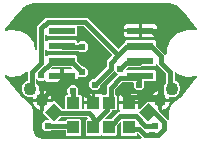
<source format=gbr>
G04 EAGLE Gerber RS-274X export*
G75*
%MOMM*%
%FSLAX34Y34*%
%LPD*%
%INTop Copper*%
%IPPOS*%
%AMOC8*
5,1,8,0,0,1.08239X$1,22.5*%
G01*
%ADD10R,2.286000X0.600000*%
%ADD11R,1.000000X1.100000*%
%ADD12C,1.100000*%
%ADD13R,1.100000X1.100000*%
%ADD14R,1.100000X1.000000*%
%ADD15C,0.381000*%
%ADD16C,0.609600*%
%ADD17C,0.654800*%

G36*
X54733Y-1459D02*
X54733Y-1459D01*
X54785Y-1458D01*
X54853Y-1433D01*
X54923Y-1418D01*
X54967Y-1391D01*
X55016Y-1373D01*
X55072Y-1328D01*
X55134Y-1292D01*
X55168Y-1252D01*
X55208Y-1220D01*
X55247Y-1159D01*
X55294Y-1105D01*
X55313Y-1056D01*
X55341Y-1013D01*
X55359Y-943D01*
X55386Y-877D01*
X55393Y-805D01*
X55401Y-774D01*
X55400Y-751D01*
X55404Y-710D01*
X55404Y4165D01*
X58792Y11776D01*
X64983Y17350D01*
X72906Y19924D01*
X80443Y19132D01*
X80509Y19136D01*
X80576Y19130D01*
X80631Y19143D01*
X80688Y19146D01*
X80750Y19171D01*
X80815Y19186D01*
X80863Y19216D01*
X80916Y19238D01*
X80967Y19281D01*
X81024Y19316D01*
X81060Y19360D01*
X81103Y19397D01*
X81138Y19455D01*
X81180Y19506D01*
X81201Y19559D01*
X81230Y19608D01*
X81244Y19674D01*
X81268Y19736D01*
X81270Y19793D01*
X81282Y19849D01*
X81275Y19915D01*
X81278Y19982D01*
X81262Y20036D01*
X81256Y20093D01*
X81227Y20154D01*
X81209Y20218D01*
X81166Y20286D01*
X81152Y20316D01*
X81138Y20331D01*
X81120Y20360D01*
X69830Y34686D01*
X68971Y35776D01*
X68955Y35790D01*
X68934Y35820D01*
X67240Y37664D01*
X67239Y37665D01*
X67238Y37667D01*
X67111Y37777D01*
X62995Y40606D01*
X62993Y40607D01*
X62992Y40608D01*
X62966Y40620D01*
X62943Y40638D01*
X62790Y40706D01*
X58020Y42187D01*
X58018Y42187D01*
X58017Y42188D01*
X57852Y42219D01*
X55355Y42407D01*
X55334Y42405D01*
X55298Y42409D01*
X54864Y42409D01*
X53909Y42409D01*
X-53909Y42409D01*
X-55147Y42409D01*
X-55298Y42409D01*
X-55319Y42406D01*
X-55355Y42407D01*
X-57852Y42219D01*
X-57854Y42218D01*
X-57856Y42218D01*
X-58020Y42187D01*
X-62790Y40706D01*
X-62817Y40692D01*
X-62847Y40685D01*
X-62995Y40606D01*
X-67111Y37777D01*
X-67112Y37775D01*
X-67114Y37775D01*
X-67240Y37664D01*
X-68934Y35820D01*
X-68945Y35802D01*
X-68971Y35776D01*
X-68997Y35742D01*
X-69830Y34686D01*
X-81415Y19986D01*
X-81426Y19966D01*
X-81442Y19949D01*
X-81485Y19859D01*
X-81534Y19771D01*
X-81538Y19748D01*
X-81548Y19727D01*
X-81560Y19628D01*
X-81578Y19529D01*
X-81575Y19506D01*
X-81578Y19483D01*
X-81557Y19385D01*
X-81543Y19285D01*
X-81533Y19265D01*
X-81528Y19242D01*
X-81477Y19155D01*
X-81432Y19066D01*
X-81416Y19050D01*
X-81404Y19030D01*
X-81328Y18964D01*
X-81257Y18893D01*
X-81236Y18883D01*
X-81219Y18868D01*
X-81126Y18829D01*
X-81036Y18785D01*
X-81013Y18783D01*
X-80991Y18774D01*
X-80891Y18767D01*
X-80792Y18754D01*
X-80769Y18758D01*
X-80746Y18757D01*
X-80582Y18791D01*
X-77094Y19924D01*
X-68809Y19053D01*
X-61595Y14888D01*
X-56698Y8149D01*
X-55609Y3022D01*
X-55593Y2981D01*
X-55585Y2937D01*
X-55548Y2867D01*
X-55519Y2793D01*
X-55491Y2759D01*
X-55470Y2720D01*
X-55413Y2665D01*
X-55362Y2604D01*
X-55324Y2581D01*
X-55292Y2551D01*
X-55220Y2517D01*
X-55152Y2475D01*
X-55109Y2466D01*
X-55069Y2447D01*
X-54990Y2438D01*
X-54912Y2420D01*
X-54868Y2425D01*
X-54825Y2420D01*
X-54747Y2437D01*
X-54667Y2445D01*
X-54627Y2463D01*
X-54584Y2472D01*
X-54516Y2513D01*
X-54443Y2546D01*
X-54411Y2576D01*
X-54373Y2598D01*
X-54321Y2659D01*
X-54263Y2713D01*
X-54242Y2752D01*
X-54213Y2785D01*
X-54183Y2859D01*
X-54145Y2929D01*
X-54138Y2973D01*
X-54121Y3013D01*
X-54105Y3158D01*
X-54103Y3171D01*
X-54103Y3176D01*
X-54103Y3180D01*
X-54103Y22757D01*
X-46760Y30100D01*
X-11914Y30100D01*
X14130Y4055D01*
X14146Y4044D01*
X14159Y4028D01*
X14246Y3972D01*
X14330Y3912D01*
X14349Y3906D01*
X14366Y3895D01*
X14466Y3870D01*
X14565Y3839D01*
X14585Y3840D01*
X14604Y3835D01*
X14707Y3843D01*
X14811Y3846D01*
X14830Y3853D01*
X14850Y3854D01*
X14944Y3894D01*
X15042Y3930D01*
X15058Y3943D01*
X15076Y3950D01*
X15207Y4055D01*
X17683Y6532D01*
X20122Y8971D01*
X20175Y9045D01*
X20235Y9114D01*
X20247Y9144D01*
X20266Y9170D01*
X20293Y9257D01*
X20327Y9342D01*
X20331Y9383D01*
X20338Y9406D01*
X20337Y9438D01*
X20345Y9509D01*
X20345Y9982D01*
X21238Y10875D01*
X45362Y10875D01*
X46255Y9982D01*
X46255Y6917D01*
X46269Y6827D01*
X46277Y6736D01*
X46289Y6706D01*
X46294Y6674D01*
X46337Y6594D01*
X46373Y6510D01*
X46399Y6478D01*
X46410Y6457D01*
X46433Y6435D01*
X46478Y6379D01*
X54105Y-1248D01*
X54163Y-1290D01*
X54215Y-1339D01*
X54262Y-1361D01*
X54304Y-1392D01*
X54373Y-1413D01*
X54438Y-1443D01*
X54490Y-1449D01*
X54539Y-1464D01*
X54611Y-1462D01*
X54682Y-1470D01*
X54733Y-1459D01*
G37*
G36*
X33788Y-72398D02*
X33788Y-72398D01*
X33860Y-72396D01*
X33908Y-72378D01*
X33960Y-72370D01*
X34023Y-72336D01*
X34091Y-72311D01*
X34131Y-72279D01*
X34177Y-72254D01*
X34227Y-72202D01*
X34283Y-72158D01*
X34311Y-72114D01*
X34347Y-72076D01*
X34377Y-72011D01*
X34416Y-71951D01*
X34428Y-71900D01*
X34450Y-71853D01*
X34458Y-71782D01*
X34476Y-71712D01*
X34472Y-71660D01*
X34477Y-71609D01*
X34462Y-71538D01*
X34456Y-71467D01*
X34436Y-71419D01*
X34425Y-71368D01*
X34388Y-71307D01*
X34360Y-71241D01*
X34315Y-71185D01*
X34299Y-71157D01*
X34281Y-71142D01*
X34255Y-71110D01*
X33685Y-70540D01*
X31324Y-68179D01*
X31266Y-68137D01*
X31214Y-68087D01*
X31167Y-68065D01*
X31125Y-68035D01*
X31056Y-68014D01*
X30991Y-67984D01*
X30939Y-67978D01*
X30889Y-67963D01*
X30818Y-67965D01*
X30747Y-67957D01*
X30696Y-67968D01*
X30644Y-67969D01*
X30576Y-67994D01*
X30506Y-68009D01*
X30461Y-68036D01*
X30413Y-68054D01*
X30357Y-68098D01*
X30295Y-68135D01*
X30261Y-68175D01*
X30221Y-68207D01*
X30182Y-68268D01*
X30135Y-68322D01*
X30116Y-68370D01*
X30088Y-68414D01*
X30070Y-68484D01*
X30043Y-68550D01*
X30035Y-68622D01*
X30027Y-68653D01*
X30029Y-68676D01*
X30025Y-68717D01*
X30025Y-69132D01*
X29132Y-70025D01*
X17868Y-70025D01*
X16975Y-69132D01*
X16975Y-59055D01*
X16964Y-58984D01*
X16962Y-58912D01*
X16944Y-58864D01*
X16936Y-58812D01*
X16902Y-58749D01*
X16877Y-58681D01*
X16845Y-58641D01*
X16820Y-58595D01*
X16768Y-58545D01*
X16724Y-58489D01*
X16680Y-58461D01*
X16642Y-58425D01*
X16577Y-58395D01*
X16517Y-58356D01*
X16466Y-58344D01*
X16419Y-58322D01*
X16348Y-58314D01*
X16278Y-58296D01*
X16226Y-58300D01*
X16175Y-58295D01*
X16104Y-58310D01*
X16033Y-58316D01*
X15985Y-58336D01*
X15934Y-58347D01*
X15873Y-58384D01*
X15807Y-58412D01*
X15751Y-58457D01*
X15723Y-58473D01*
X15708Y-58491D01*
X15676Y-58517D01*
X13248Y-60945D01*
X13195Y-61019D01*
X13135Y-61088D01*
X13123Y-61118D01*
X13104Y-61144D01*
X13077Y-61232D01*
X13043Y-61316D01*
X13039Y-61357D01*
X13032Y-61380D01*
X13033Y-61412D01*
X13025Y-61483D01*
X13025Y-69132D01*
X12132Y-70025D01*
X868Y-70025D01*
X538Y-69695D01*
X522Y-69683D01*
X510Y-69667D01*
X423Y-69612D01*
X339Y-69551D01*
X320Y-69545D01*
X303Y-69534D01*
X202Y-69509D01*
X103Y-69479D01*
X84Y-69479D01*
X64Y-69474D01*
X-39Y-69482D01*
X-142Y-69485D01*
X-161Y-69492D01*
X-181Y-69493D01*
X-276Y-69534D01*
X-373Y-69569D01*
X-389Y-69582D01*
X-407Y-69590D01*
X-538Y-69695D01*
X-868Y-70025D01*
X-12132Y-70025D01*
X-13025Y-69132D01*
X-13025Y-56868D01*
X-12132Y-55975D01*
X-12054Y-55975D01*
X-11983Y-55964D01*
X-11911Y-55962D01*
X-11862Y-55944D01*
X-11811Y-55936D01*
X-11748Y-55902D01*
X-11680Y-55877D01*
X-11640Y-55845D01*
X-11594Y-55820D01*
X-11544Y-55769D01*
X-11488Y-55724D01*
X-11460Y-55680D01*
X-11424Y-55642D01*
X-11394Y-55577D01*
X-11355Y-55517D01*
X-11343Y-55466D01*
X-11321Y-55419D01*
X-11313Y-55348D01*
X-11295Y-55278D01*
X-11299Y-55226D01*
X-11294Y-55175D01*
X-11309Y-55104D01*
X-11315Y-55033D01*
X-11335Y-54985D01*
X-11346Y-54934D01*
X-11383Y-54873D01*
X-11411Y-54807D01*
X-11456Y-54751D01*
X-11472Y-54723D01*
X-11490Y-54708D01*
X-11516Y-54676D01*
X-11866Y-54326D01*
X-11940Y-54273D01*
X-12009Y-54213D01*
X-12039Y-54201D01*
X-12065Y-54182D01*
X-12152Y-54155D01*
X-12237Y-54121D01*
X-12278Y-54117D01*
X-12301Y-54110D01*
X-12333Y-54111D01*
X-12404Y-54103D01*
X-33853Y-54103D01*
X-33943Y-54117D01*
X-34034Y-54125D01*
X-34064Y-54137D01*
X-34096Y-54142D01*
X-34176Y-54185D01*
X-34260Y-54221D01*
X-34292Y-54247D01*
X-34313Y-54258D01*
X-34335Y-54281D01*
X-34391Y-54326D01*
X-36677Y-56612D01*
X-36719Y-56670D01*
X-36769Y-56722D01*
X-36791Y-56769D01*
X-36821Y-56811D01*
X-36842Y-56880D01*
X-36872Y-56945D01*
X-36878Y-56997D01*
X-36893Y-57047D01*
X-36891Y-57118D01*
X-36899Y-57189D01*
X-36888Y-57240D01*
X-36887Y-57292D01*
X-36862Y-57360D01*
X-36847Y-57430D01*
X-36820Y-57474D01*
X-36802Y-57523D01*
X-36758Y-57579D01*
X-36721Y-57641D01*
X-36681Y-57675D01*
X-36649Y-57715D01*
X-36588Y-57754D01*
X-36534Y-57801D01*
X-36486Y-57820D01*
X-36442Y-57848D01*
X-36372Y-57866D01*
X-36306Y-57893D01*
X-36234Y-57901D01*
X-36203Y-57909D01*
X-36180Y-57907D01*
X-36139Y-57911D01*
X-30786Y-57911D01*
X-30766Y-57908D01*
X-30747Y-57910D01*
X-30645Y-57888D01*
X-30543Y-57872D01*
X-30526Y-57862D01*
X-30506Y-57858D01*
X-30417Y-57805D01*
X-30326Y-57756D01*
X-30312Y-57742D01*
X-30295Y-57732D01*
X-30228Y-57653D01*
X-30156Y-57578D01*
X-30148Y-57560D01*
X-30135Y-57545D01*
X-30096Y-57449D01*
X-30053Y-57355D01*
X-30051Y-57335D01*
X-30043Y-57317D01*
X-30025Y-57150D01*
X-30025Y-56868D01*
X-29132Y-55975D01*
X-17868Y-55975D01*
X-16975Y-56868D01*
X-16975Y-69132D01*
X-17868Y-70025D01*
X-29132Y-70025D01*
X-30025Y-69132D01*
X-30025Y-65532D01*
X-30026Y-65523D01*
X-30026Y-65519D01*
X-30028Y-65510D01*
X-30026Y-65493D01*
X-30048Y-65391D01*
X-30064Y-65289D01*
X-30074Y-65272D01*
X-30078Y-65252D01*
X-30131Y-65163D01*
X-30180Y-65072D01*
X-30194Y-65058D01*
X-30204Y-65041D01*
X-30283Y-64974D01*
X-30358Y-64902D01*
X-30376Y-64894D01*
X-30391Y-64881D01*
X-30487Y-64842D01*
X-30581Y-64799D01*
X-30601Y-64797D01*
X-30619Y-64789D01*
X-30786Y-64771D01*
X-41987Y-64771D01*
X-42077Y-64785D01*
X-42168Y-64793D01*
X-42197Y-64805D01*
X-42229Y-64810D01*
X-42310Y-64853D01*
X-42394Y-64889D01*
X-42426Y-64915D01*
X-42447Y-64926D01*
X-42469Y-64949D01*
X-42471Y-64951D01*
X-42473Y-64952D01*
X-42474Y-64953D01*
X-42525Y-64994D01*
X-43445Y-65914D01*
X-47233Y-65914D01*
X-49912Y-63235D01*
X-49912Y-59447D01*
X-47233Y-56768D01*
X-45004Y-56768D01*
X-44933Y-56757D01*
X-44862Y-56755D01*
X-44813Y-56737D01*
X-44761Y-56729D01*
X-44698Y-56695D01*
X-44631Y-56670D01*
X-44590Y-56638D01*
X-44544Y-56613D01*
X-44495Y-56561D01*
X-44439Y-56517D01*
X-44410Y-56473D01*
X-44374Y-56435D01*
X-44344Y-56370D01*
X-44306Y-56310D01*
X-44293Y-56259D01*
X-44271Y-56212D01*
X-44263Y-56141D01*
X-44245Y-56071D01*
X-44250Y-56019D01*
X-44244Y-55968D01*
X-44259Y-55897D01*
X-44265Y-55826D01*
X-44285Y-55778D01*
X-44296Y-55727D01*
X-44333Y-55666D01*
X-44361Y-55600D01*
X-44406Y-55544D01*
X-44422Y-55516D01*
X-44440Y-55501D01*
X-44466Y-55469D01*
X-49303Y-50632D01*
X-49303Y-49368D01*
X-48700Y-48765D01*
X-48647Y-48691D01*
X-48587Y-48622D01*
X-48575Y-48592D01*
X-48556Y-48566D01*
X-48529Y-48479D01*
X-48495Y-48394D01*
X-48491Y-48353D01*
X-48484Y-48330D01*
X-48485Y-48298D01*
X-48477Y-48227D01*
X-48477Y-41523D01*
X-41773Y-41523D01*
X-41683Y-41508D01*
X-41592Y-41501D01*
X-41562Y-41489D01*
X-41530Y-41483D01*
X-41450Y-41441D01*
X-41366Y-41405D01*
X-41334Y-41379D01*
X-41313Y-41368D01*
X-41291Y-41345D01*
X-41235Y-41300D01*
X-40632Y-40697D01*
X-39368Y-40697D01*
X-33045Y-47020D01*
X-32971Y-47073D01*
X-32902Y-47133D01*
X-32872Y-47145D01*
X-32846Y-47164D01*
X-32759Y-47191D01*
X-32674Y-47225D01*
X-32633Y-47229D01*
X-32610Y-47236D01*
X-32578Y-47235D01*
X-32507Y-47243D01*
X-31286Y-47243D01*
X-31266Y-47240D01*
X-31247Y-47242D01*
X-31145Y-47220D01*
X-31043Y-47204D01*
X-31026Y-47194D01*
X-31006Y-47190D01*
X-30917Y-47137D01*
X-30826Y-47088D01*
X-30812Y-47074D01*
X-30795Y-47064D01*
X-30728Y-46985D01*
X-30656Y-46910D01*
X-30648Y-46892D01*
X-30635Y-46877D01*
X-30596Y-46781D01*
X-30553Y-46687D01*
X-30551Y-46667D01*
X-30543Y-46649D01*
X-30525Y-46482D01*
X-30525Y-36368D01*
X-29632Y-35475D01*
X-28836Y-35475D01*
X-28766Y-35464D01*
X-28694Y-35462D01*
X-28645Y-35444D01*
X-28594Y-35436D01*
X-28530Y-35402D01*
X-28463Y-35377D01*
X-28422Y-35345D01*
X-28376Y-35320D01*
X-28327Y-35268D01*
X-28271Y-35224D01*
X-28243Y-35180D01*
X-28207Y-35142D01*
X-28177Y-35077D01*
X-28138Y-35017D01*
X-28125Y-34966D01*
X-28103Y-34919D01*
X-28095Y-34848D01*
X-28078Y-34778D01*
X-28082Y-34726D01*
X-28076Y-34675D01*
X-28091Y-34604D01*
X-28097Y-34533D01*
X-28117Y-34485D01*
X-28128Y-34434D01*
X-28165Y-34373D01*
X-28193Y-34307D01*
X-28238Y-34251D01*
X-28255Y-34223D01*
X-28272Y-34208D01*
X-28298Y-34176D01*
X-28576Y-33898D01*
X-28576Y-30110D01*
X-25897Y-27431D01*
X-22109Y-27431D01*
X-19430Y-30110D01*
X-19430Y-33898D01*
X-19708Y-34176D01*
X-19750Y-34234D01*
X-19799Y-34286D01*
X-19821Y-34333D01*
X-19851Y-34375D01*
X-19873Y-34444D01*
X-19903Y-34509D01*
X-19908Y-34561D01*
X-19924Y-34611D01*
X-19922Y-34682D01*
X-19930Y-34753D01*
X-19919Y-34804D01*
X-19917Y-34856D01*
X-19893Y-34924D01*
X-19878Y-34994D01*
X-19851Y-35039D01*
X-19833Y-35087D01*
X-19788Y-35143D01*
X-19751Y-35205D01*
X-19712Y-35239D01*
X-19679Y-35279D01*
X-19619Y-35318D01*
X-19565Y-35365D01*
X-19516Y-35384D01*
X-19472Y-35412D01*
X-19403Y-35430D01*
X-19336Y-35457D01*
X-19265Y-35465D01*
X-19234Y-35473D01*
X-19211Y-35471D01*
X-19170Y-35475D01*
X-17368Y-35475D01*
X-16475Y-36368D01*
X-16475Y-46482D01*
X-16472Y-46502D01*
X-16474Y-46521D01*
X-16452Y-46623D01*
X-16436Y-46725D01*
X-16426Y-46742D01*
X-16422Y-46762D01*
X-16369Y-46851D01*
X-16320Y-46942D01*
X-16306Y-46956D01*
X-16296Y-46973D01*
X-16217Y-47040D01*
X-16142Y-47112D01*
X-16124Y-47120D01*
X-16109Y-47133D01*
X-16013Y-47172D01*
X-15919Y-47215D01*
X-15899Y-47217D01*
X-15881Y-47225D01*
X-15714Y-47243D01*
X-15302Y-47243D01*
X-15282Y-47240D01*
X-15263Y-47242D01*
X-15161Y-47220D01*
X-15059Y-47204D01*
X-15042Y-47194D01*
X-15022Y-47190D01*
X-14933Y-47137D01*
X-14842Y-47088D01*
X-14828Y-47074D01*
X-14811Y-47064D01*
X-14744Y-46985D01*
X-14672Y-46910D01*
X-14664Y-46892D01*
X-14651Y-46877D01*
X-14612Y-46781D01*
X-14569Y-46687D01*
X-14567Y-46667D01*
X-14559Y-46649D01*
X-14541Y-46482D01*
X-14541Y-43523D01*
X-7262Y-43523D01*
X-7242Y-43520D01*
X-7223Y-43522D01*
X-7121Y-43500D01*
X-7019Y-43483D01*
X-7002Y-43474D01*
X-6982Y-43470D01*
X-6893Y-43417D01*
X-6802Y-43368D01*
X-6788Y-43354D01*
X-6771Y-43344D01*
X-6704Y-43265D01*
X-6633Y-43190D01*
X-6624Y-43172D01*
X-6611Y-43157D01*
X-6572Y-43061D01*
X-6529Y-42967D01*
X-6527Y-42947D01*
X-6519Y-42929D01*
X-6501Y-42762D01*
X-6501Y-41999D01*
X-5738Y-41999D01*
X-5718Y-41996D01*
X-5699Y-41998D01*
X-5597Y-41976D01*
X-5495Y-41959D01*
X-5478Y-41950D01*
X-5458Y-41946D01*
X-5369Y-41893D01*
X-5278Y-41844D01*
X-5264Y-41830D01*
X-5247Y-41820D01*
X-5180Y-41741D01*
X-5109Y-41666D01*
X-5100Y-41648D01*
X-5087Y-41633D01*
X-5048Y-41537D01*
X-5005Y-41443D01*
X-5003Y-41423D01*
X-4995Y-41405D01*
X-4977Y-41238D01*
X-4977Y-34459D01*
X-666Y-34459D01*
X-19Y-34632D01*
X560Y-34967D01*
X845Y-35252D01*
X919Y-35305D01*
X989Y-35365D01*
X1019Y-35377D01*
X1045Y-35396D01*
X1132Y-35423D01*
X1217Y-35457D01*
X1258Y-35461D01*
X1280Y-35468D01*
X1312Y-35467D01*
X1384Y-35475D01*
X3810Y-35475D01*
X3830Y-35472D01*
X3849Y-35474D01*
X3951Y-35452D01*
X4053Y-35436D01*
X4070Y-35426D01*
X4090Y-35422D01*
X4179Y-35369D01*
X4270Y-35320D01*
X4284Y-35306D01*
X4301Y-35296D01*
X4368Y-35217D01*
X4440Y-35142D01*
X4448Y-35124D01*
X4461Y-35109D01*
X4500Y-35013D01*
X4543Y-34919D01*
X4545Y-34899D01*
X4553Y-34881D01*
X4571Y-34714D01*
X4571Y-27916D01*
X13806Y-18682D01*
X13817Y-18666D01*
X13833Y-18653D01*
X13889Y-18566D01*
X13949Y-18482D01*
X13955Y-18463D01*
X13966Y-18446D01*
X13991Y-18346D01*
X14022Y-18247D01*
X14021Y-18227D01*
X14026Y-18208D01*
X14018Y-18105D01*
X14015Y-18001D01*
X14008Y-17982D01*
X14007Y-17963D01*
X13966Y-17868D01*
X13931Y-17770D01*
X13918Y-17755D01*
X13910Y-17736D01*
X13806Y-17605D01*
X11732Y-15531D01*
X11715Y-15520D01*
X11703Y-15504D01*
X11638Y-15462D01*
X11595Y-15426D01*
X11571Y-15416D01*
X11532Y-15388D01*
X11513Y-15382D01*
X11496Y-15371D01*
X11399Y-15347D01*
X11367Y-15334D01*
X11351Y-15332D01*
X11297Y-15315D01*
X11277Y-15316D01*
X11258Y-15311D01*
X11201Y-15316D01*
X11200Y-15316D01*
X11186Y-15316D01*
X11172Y-15318D01*
X11155Y-15319D01*
X11051Y-15322D01*
X11032Y-15329D01*
X11012Y-15330D01*
X10960Y-15353D01*
X10943Y-15355D01*
X10908Y-15374D01*
X10820Y-15406D01*
X10804Y-15419D01*
X10786Y-15427D01*
X10742Y-15462D01*
X10726Y-15470D01*
X10709Y-15488D01*
X10655Y-15531D01*
X-538Y-26725D01*
X-591Y-26799D01*
X-651Y-26868D01*
X-663Y-26898D01*
X-682Y-26924D01*
X-709Y-27011D01*
X-743Y-27096D01*
X-747Y-27137D01*
X-754Y-27159D01*
X-753Y-27192D01*
X-761Y-27263D01*
X-761Y-28564D01*
X-3440Y-31243D01*
X-7228Y-31243D01*
X-9907Y-28564D01*
X-9907Y-24776D01*
X-7228Y-22097D01*
X-5927Y-22097D01*
X-5837Y-22083D01*
X-5746Y-22075D01*
X-5716Y-22063D01*
X-5684Y-22058D01*
X-5604Y-22015D01*
X-5520Y-21979D01*
X-5488Y-21953D01*
X-5467Y-21942D01*
X-5445Y-21919D01*
X-5389Y-21874D01*
X4348Y-12137D01*
X4401Y-12063D01*
X4461Y-11994D01*
X4473Y-11964D01*
X4492Y-11938D01*
X4519Y-11850D01*
X4553Y-11766D01*
X4557Y-11725D01*
X4564Y-11702D01*
X4563Y-11670D01*
X4571Y-11599D01*
X4571Y-6580D01*
X9280Y-1872D01*
X9291Y-1856D01*
X9307Y-1843D01*
X9363Y-1756D01*
X9423Y-1672D01*
X9429Y-1653D01*
X9440Y-1636D01*
X9465Y-1536D01*
X9496Y-1437D01*
X9495Y-1417D01*
X9500Y-1398D01*
X9492Y-1295D01*
X9489Y-1191D01*
X9482Y-1172D01*
X9481Y-1153D01*
X9441Y-1058D01*
X9405Y-960D01*
X9392Y-944D01*
X9385Y-926D01*
X9280Y-795D01*
X-14533Y23017D01*
X-14607Y23070D01*
X-14676Y23130D01*
X-14706Y23142D01*
X-14732Y23161D01*
X-14819Y23188D01*
X-14904Y23222D01*
X-14945Y23226D01*
X-14968Y23233D01*
X-15000Y23232D01*
X-15071Y23240D01*
X-19584Y23240D01*
X-19604Y23237D01*
X-19623Y23239D01*
X-19725Y23217D01*
X-19827Y23201D01*
X-19844Y23191D01*
X-19864Y23187D01*
X-19953Y23134D01*
X-20044Y23085D01*
X-20058Y23071D01*
X-20075Y23061D01*
X-20142Y22982D01*
X-20214Y22907D01*
X-20222Y22889D01*
X-20235Y22874D01*
X-20274Y22778D01*
X-20317Y22684D01*
X-20319Y22664D01*
X-20327Y22646D01*
X-20345Y22479D01*
X-20345Y15418D01*
X-21238Y14525D01*
X-45362Y14525D01*
X-45944Y15107D01*
X-46002Y15149D01*
X-46054Y15199D01*
X-46101Y15221D01*
X-46143Y15251D01*
X-46212Y15272D01*
X-46277Y15302D01*
X-46329Y15308D01*
X-46379Y15323D01*
X-46450Y15321D01*
X-46521Y15329D01*
X-46572Y15318D01*
X-46624Y15317D01*
X-46692Y15292D01*
X-46762Y15277D01*
X-46807Y15250D01*
X-46855Y15233D01*
X-46911Y15188D01*
X-46973Y15151D01*
X-47007Y15111D01*
X-47047Y15079D01*
X-47086Y15019D01*
X-47133Y14964D01*
X-47152Y14916D01*
X-47180Y14872D01*
X-47198Y14802D01*
X-47225Y14736D01*
X-47233Y14665D01*
X-47241Y14633D01*
X-47239Y14610D01*
X-47243Y14569D01*
X-47243Y10831D01*
X-47232Y10760D01*
X-47230Y10688D01*
X-47212Y10639D01*
X-47204Y10588D01*
X-47170Y10525D01*
X-47145Y10457D01*
X-47113Y10417D01*
X-47088Y10371D01*
X-47036Y10321D01*
X-46992Y10265D01*
X-46948Y10237D01*
X-46910Y10201D01*
X-46845Y10171D01*
X-46785Y10132D01*
X-46734Y10120D01*
X-46687Y10098D01*
X-46616Y10090D01*
X-46546Y10072D01*
X-46494Y10076D01*
X-46443Y10071D01*
X-46372Y10086D01*
X-46301Y10091D01*
X-46253Y10112D01*
X-46202Y10123D01*
X-46141Y10160D01*
X-46075Y10188D01*
X-46019Y10233D01*
X-45991Y10249D01*
X-45976Y10267D01*
X-45944Y10293D01*
X-45362Y10875D01*
X-21238Y10875D01*
X-20345Y9982D01*
X-20345Y9525D01*
X-20342Y9505D01*
X-20344Y9486D01*
X-20322Y9384D01*
X-20306Y9282D01*
X-20296Y9265D01*
X-20292Y9245D01*
X-20239Y9156D01*
X-20190Y9065D01*
X-20176Y9051D01*
X-20166Y9034D01*
X-20087Y8967D01*
X-20012Y8895D01*
X-19994Y8887D01*
X-19979Y8874D01*
X-19883Y8835D01*
X-19789Y8792D01*
X-19769Y8790D01*
X-19751Y8782D01*
X-19584Y8764D01*
X-19354Y8764D01*
X-19264Y8778D01*
X-19173Y8786D01*
X-19144Y8798D01*
X-19112Y8803D01*
X-19031Y8846D01*
X-18947Y8882D01*
X-18915Y8908D01*
X-18894Y8919D01*
X-18872Y8942D01*
X-18816Y8987D01*
X-17896Y9907D01*
X-14108Y9907D01*
X-11429Y7228D01*
X-11429Y3440D01*
X-14108Y761D01*
X-17896Y761D01*
X-18816Y1681D01*
X-18890Y1734D01*
X-18960Y1794D01*
X-18990Y1806D01*
X-19016Y1825D01*
X-19103Y1852D01*
X-19188Y1886D01*
X-19229Y1890D01*
X-19251Y1897D01*
X-19283Y1896D01*
X-19354Y1904D01*
X-20844Y1904D01*
X-20934Y1890D01*
X-21025Y1882D01*
X-21055Y1870D01*
X-21087Y1865D01*
X-21161Y1825D01*
X-32403Y1825D01*
X-32433Y1820D01*
X-32495Y1820D01*
X-33044Y1753D01*
X-33096Y1782D01*
X-33141Y1790D01*
X-33183Y1807D01*
X-33320Y1822D01*
X-33338Y1825D01*
X-33343Y1824D01*
X-33350Y1825D01*
X-45362Y1825D01*
X-45944Y2407D01*
X-46002Y2449D01*
X-46054Y2499D01*
X-46101Y2521D01*
X-46143Y2551D01*
X-46212Y2572D01*
X-46277Y2602D01*
X-46329Y2608D01*
X-46379Y2623D01*
X-46450Y2621D01*
X-46521Y2629D01*
X-46572Y2618D01*
X-46624Y2617D01*
X-46692Y2592D01*
X-46762Y2577D01*
X-46807Y2550D01*
X-46855Y2533D01*
X-46911Y2488D01*
X-46973Y2451D01*
X-47007Y2411D01*
X-47047Y2379D01*
X-47086Y2319D01*
X-47133Y2264D01*
X-47152Y2216D01*
X-47180Y2172D01*
X-47198Y2102D01*
X-47225Y2036D01*
X-47233Y1965D01*
X-47241Y1933D01*
X-47239Y1910D01*
X-47243Y1869D01*
X-47243Y-1869D01*
X-47232Y-1940D01*
X-47230Y-2012D01*
X-47212Y-2061D01*
X-47204Y-2112D01*
X-47170Y-2175D01*
X-47145Y-2243D01*
X-47113Y-2283D01*
X-47088Y-2329D01*
X-47036Y-2379D01*
X-46992Y-2435D01*
X-46948Y-2463D01*
X-46910Y-2499D01*
X-46845Y-2529D01*
X-46785Y-2568D01*
X-46734Y-2580D01*
X-46687Y-2602D01*
X-46616Y-2610D01*
X-46546Y-2628D01*
X-46494Y-2624D01*
X-46443Y-2629D01*
X-46372Y-2614D01*
X-46301Y-2609D01*
X-46253Y-2588D01*
X-46202Y-2577D01*
X-46141Y-2540D01*
X-46075Y-2512D01*
X-46019Y-2467D01*
X-45991Y-2451D01*
X-45976Y-2433D01*
X-45944Y-2407D01*
X-45362Y-1825D01*
X-21238Y-1825D01*
X-20345Y-2718D01*
X-20345Y-6493D01*
X-20331Y-6583D01*
X-20323Y-6674D01*
X-20311Y-6704D01*
X-20306Y-6736D01*
X-20263Y-6816D01*
X-20227Y-6900D01*
X-20201Y-6932D01*
X-20190Y-6953D01*
X-20167Y-6975D01*
X-20122Y-7031D01*
X-15947Y-11206D01*
X-15873Y-11259D01*
X-15804Y-11319D01*
X-15774Y-11331D01*
X-15748Y-11350D01*
X-15661Y-11377D01*
X-15576Y-11411D01*
X-15535Y-11415D01*
X-15512Y-11422D01*
X-15480Y-11421D01*
X-15409Y-11429D01*
X-14108Y-11429D01*
X-11429Y-14108D01*
X-11429Y-17896D01*
X-14108Y-20575D01*
X-17896Y-20575D01*
X-18030Y-20441D01*
X-18088Y-20399D01*
X-18140Y-20350D01*
X-18187Y-20328D01*
X-18229Y-20298D01*
X-18298Y-20276D01*
X-18363Y-20246D01*
X-18415Y-20241D01*
X-18465Y-20225D01*
X-18536Y-20227D01*
X-18607Y-20219D01*
X-18658Y-20230D01*
X-18710Y-20232D01*
X-18778Y-20256D01*
X-18848Y-20271D01*
X-18893Y-20298D01*
X-18941Y-20316D01*
X-18997Y-20361D01*
X-19059Y-20398D01*
X-19093Y-20437D01*
X-19133Y-20470D01*
X-19172Y-20530D01*
X-19219Y-20584D01*
X-19238Y-20633D01*
X-19266Y-20677D01*
X-19284Y-20746D01*
X-19311Y-20813D01*
X-19319Y-20884D01*
X-19327Y-20915D01*
X-19325Y-20938D01*
X-19329Y-20979D01*
X-19329Y-22384D01*
X-19502Y-23031D01*
X-19837Y-23610D01*
X-20310Y-24083D01*
X-20889Y-24418D01*
X-21536Y-24591D01*
X-31801Y-24591D01*
X-31801Y-19788D01*
X-31804Y-19769D01*
X-31802Y-19749D01*
X-31824Y-19647D01*
X-31840Y-19545D01*
X-31850Y-19528D01*
X-31854Y-19508D01*
X-31907Y-19419D01*
X-31956Y-19328D01*
X-31970Y-19314D01*
X-31980Y-19297D01*
X-32059Y-19230D01*
X-32134Y-19159D01*
X-32152Y-19150D01*
X-32167Y-19137D01*
X-32263Y-19099D01*
X-32357Y-19055D01*
X-32377Y-19053D01*
X-32395Y-19046D01*
X-32319Y-19033D01*
X-32302Y-19024D01*
X-32282Y-19020D01*
X-32193Y-18967D01*
X-32102Y-18918D01*
X-32088Y-18904D01*
X-32071Y-18894D01*
X-32004Y-18815D01*
X-31932Y-18740D01*
X-31924Y-18722D01*
X-31911Y-18707D01*
X-31872Y-18610D01*
X-31829Y-18517D01*
X-31827Y-18497D01*
X-31819Y-18479D01*
X-31801Y-18312D01*
X-31801Y-13509D01*
X-25183Y-13509D01*
X-25112Y-13498D01*
X-25041Y-13496D01*
X-24991Y-13478D01*
X-24940Y-13470D01*
X-24877Y-13436D01*
X-24810Y-13411D01*
X-24769Y-13379D01*
X-24723Y-13354D01*
X-24674Y-13303D01*
X-24617Y-13258D01*
X-24589Y-13214D01*
X-24553Y-13176D01*
X-24523Y-13111D01*
X-24484Y-13051D01*
X-24472Y-13000D01*
X-24450Y-12953D01*
X-24442Y-12882D01*
X-24424Y-12812D01*
X-24428Y-12760D01*
X-24423Y-12709D01*
X-24438Y-12638D01*
X-24444Y-12567D01*
X-24464Y-12519D01*
X-24475Y-12468D01*
X-24512Y-12407D01*
X-24540Y-12341D01*
X-24585Y-12285D01*
X-24601Y-12257D01*
X-24619Y-12242D01*
X-24645Y-12210D01*
X-25201Y-11654D01*
X-25275Y-11601D01*
X-25344Y-11541D01*
X-25374Y-11529D01*
X-25400Y-11510D01*
X-25487Y-11483D01*
X-25572Y-11449D01*
X-25613Y-11445D01*
X-25636Y-11438D01*
X-25668Y-11439D01*
X-25739Y-11431D01*
X-30556Y-11431D01*
X-30601Y-11438D01*
X-30647Y-11436D01*
X-30722Y-11458D01*
X-30798Y-11470D01*
X-30839Y-11492D01*
X-30883Y-11505D01*
X-30999Y-11577D01*
X-32164Y-11436D01*
X-32195Y-11437D01*
X-32255Y-11431D01*
X-34477Y-11431D01*
X-34502Y-11435D01*
X-34547Y-11434D01*
X-35781Y-11548D01*
X-35789Y-11541D01*
X-35852Y-11516D01*
X-35910Y-11482D01*
X-35965Y-11470D01*
X-36018Y-11449D01*
X-36121Y-11438D01*
X-36151Y-11431D01*
X-36164Y-11433D01*
X-36184Y-11431D01*
X-40936Y-11431D01*
X-41026Y-11445D01*
X-41117Y-11453D01*
X-41147Y-11465D01*
X-41179Y-11470D01*
X-41259Y-11513D01*
X-41343Y-11549D01*
X-41376Y-11575D01*
X-41396Y-11586D01*
X-41418Y-11609D01*
X-41474Y-11654D01*
X-42030Y-12210D01*
X-42072Y-12268D01*
X-42122Y-12320D01*
X-42144Y-12367D01*
X-42174Y-12409D01*
X-42195Y-12478D01*
X-42225Y-12543D01*
X-42231Y-12595D01*
X-42246Y-12645D01*
X-42244Y-12716D01*
X-42252Y-12787D01*
X-42241Y-12838D01*
X-42240Y-12890D01*
X-42215Y-12958D01*
X-42200Y-13028D01*
X-42173Y-13073D01*
X-42155Y-13121D01*
X-42111Y-13177D01*
X-42074Y-13239D01*
X-42034Y-13273D01*
X-42002Y-13313D01*
X-41942Y-13352D01*
X-41887Y-13399D01*
X-41838Y-13418D01*
X-41795Y-13446D01*
X-41725Y-13464D01*
X-41659Y-13491D01*
X-41587Y-13499D01*
X-41556Y-13507D01*
X-41533Y-13505D01*
X-41492Y-13509D01*
X-34799Y-13509D01*
X-34799Y-18312D01*
X-34796Y-18331D01*
X-34798Y-18351D01*
X-34776Y-18453D01*
X-34760Y-18555D01*
X-34750Y-18572D01*
X-34746Y-18592D01*
X-34693Y-18681D01*
X-34644Y-18772D01*
X-34630Y-18786D01*
X-34620Y-18803D01*
X-34541Y-18870D01*
X-34466Y-18941D01*
X-34448Y-18950D01*
X-34433Y-18963D01*
X-34337Y-19001D01*
X-34243Y-19045D01*
X-34223Y-19047D01*
X-34205Y-19054D01*
X-34281Y-19067D01*
X-34298Y-19076D01*
X-34318Y-19080D01*
X-34407Y-19133D01*
X-34498Y-19182D01*
X-34512Y-19196D01*
X-34529Y-19206D01*
X-34596Y-19285D01*
X-34668Y-19360D01*
X-34676Y-19378D01*
X-34689Y-19393D01*
X-34728Y-19490D01*
X-34771Y-19583D01*
X-34773Y-19603D01*
X-34781Y-19621D01*
X-34799Y-19788D01*
X-34799Y-24591D01*
X-45064Y-24591D01*
X-45711Y-24418D01*
X-46290Y-24083D01*
X-46763Y-23610D01*
X-47140Y-22958D01*
X-47215Y-22866D01*
X-47289Y-22773D01*
X-47293Y-22771D01*
X-47295Y-22767D01*
X-47396Y-22704D01*
X-47496Y-22640D01*
X-47500Y-22639D01*
X-47504Y-22637D01*
X-47619Y-22609D01*
X-47735Y-22580D01*
X-47739Y-22580D01*
X-47743Y-22579D01*
X-47862Y-22590D01*
X-47980Y-22599D01*
X-47984Y-22601D01*
X-47988Y-22601D01*
X-48097Y-22649D01*
X-48206Y-22695D01*
X-48210Y-22698D01*
X-48213Y-22700D01*
X-48223Y-22709D01*
X-48337Y-22800D01*
X-48779Y-23242D01*
X-52567Y-23242D01*
X-53945Y-21864D01*
X-54003Y-21822D01*
X-54055Y-21773D01*
X-54102Y-21751D01*
X-54144Y-21721D01*
X-54213Y-21699D01*
X-54278Y-21669D01*
X-54330Y-21664D01*
X-54380Y-21648D01*
X-54451Y-21650D01*
X-54522Y-21642D01*
X-54573Y-21653D01*
X-54625Y-21655D01*
X-54693Y-21679D01*
X-54763Y-21694D01*
X-54808Y-21721D01*
X-54856Y-21739D01*
X-54912Y-21784D01*
X-54974Y-21821D01*
X-55008Y-21860D01*
X-55048Y-21893D01*
X-55087Y-21953D01*
X-55134Y-22007D01*
X-55153Y-22056D01*
X-55181Y-22100D01*
X-55199Y-22169D01*
X-55226Y-22236D01*
X-55234Y-22307D01*
X-55242Y-22338D01*
X-55240Y-22361D01*
X-55244Y-22402D01*
X-55244Y-24506D01*
X-55230Y-24596D01*
X-55222Y-24687D01*
X-55210Y-24717D01*
X-55205Y-24749D01*
X-55162Y-24829D01*
X-55126Y-24913D01*
X-55100Y-24945D01*
X-55089Y-24966D01*
X-55066Y-24988D01*
X-55021Y-25044D01*
X-54045Y-26021D01*
X-52975Y-28603D01*
X-52975Y-31466D01*
X-52960Y-31559D01*
X-52952Y-31653D01*
X-52940Y-31680D01*
X-52936Y-31709D01*
X-52891Y-31792D01*
X-52854Y-31879D01*
X-52834Y-31900D01*
X-52820Y-31926D01*
X-52752Y-31991D01*
X-52689Y-32061D01*
X-52663Y-32075D01*
X-52642Y-32095D01*
X-52557Y-32135D01*
X-52474Y-32181D01*
X-52446Y-32187D01*
X-52419Y-32199D01*
X-52325Y-32209D01*
X-52233Y-32227D01*
X-52196Y-32224D01*
X-52175Y-32226D01*
X-52143Y-32219D01*
X-52065Y-32213D01*
X-51523Y-32105D01*
X-51523Y-38477D01*
X-57895Y-38477D01*
X-57787Y-37935D01*
X-57784Y-37840D01*
X-57774Y-37747D01*
X-57780Y-37718D01*
X-57779Y-37689D01*
X-57806Y-37598D01*
X-57826Y-37506D01*
X-57841Y-37481D01*
X-57849Y-37453D01*
X-57904Y-37376D01*
X-57952Y-37295D01*
X-57974Y-37276D01*
X-57991Y-37252D01*
X-58067Y-37197D01*
X-58139Y-37135D01*
X-58166Y-37124D01*
X-58190Y-37107D01*
X-58280Y-37079D01*
X-58367Y-37043D01*
X-58404Y-37039D01*
X-58424Y-37033D01*
X-58457Y-37033D01*
X-58534Y-37025D01*
X-61397Y-37025D01*
X-63979Y-35955D01*
X-65955Y-33979D01*
X-67025Y-31397D01*
X-67025Y-28603D01*
X-65955Y-26021D01*
X-63979Y-24045D01*
X-62574Y-23463D01*
X-62474Y-23401D01*
X-62374Y-23341D01*
X-62370Y-23336D01*
X-62365Y-23333D01*
X-62290Y-23242D01*
X-62214Y-23154D01*
X-62212Y-23148D01*
X-62208Y-23143D01*
X-62166Y-23035D01*
X-62122Y-22926D01*
X-62121Y-22918D01*
X-62120Y-22914D01*
X-62119Y-22896D01*
X-62104Y-22759D01*
X-62104Y-16500D01*
X-62119Y-16406D01*
X-62128Y-16311D01*
X-62139Y-16285D01*
X-62143Y-16258D01*
X-62188Y-16173D01*
X-62226Y-16086D01*
X-62245Y-16065D01*
X-62259Y-16040D01*
X-62328Y-15975D01*
X-62392Y-15904D01*
X-62416Y-15890D01*
X-62437Y-15871D01*
X-62523Y-15831D01*
X-62607Y-15784D01*
X-62634Y-15779D01*
X-62660Y-15767D01*
X-62755Y-15757D01*
X-62848Y-15739D01*
X-62876Y-15743D01*
X-62904Y-15740D01*
X-62998Y-15760D01*
X-63092Y-15774D01*
X-63124Y-15788D01*
X-63145Y-15792D01*
X-63173Y-15809D01*
X-63246Y-15841D01*
X-68809Y-19053D01*
X-77094Y-19924D01*
X-80582Y-18791D01*
X-80605Y-18787D01*
X-80626Y-18778D01*
X-80726Y-18769D01*
X-80825Y-18754D01*
X-80848Y-18757D01*
X-80871Y-18755D01*
X-80968Y-18778D01*
X-81067Y-18796D01*
X-81088Y-18807D01*
X-81110Y-18812D01*
X-81195Y-18865D01*
X-81283Y-18913D01*
X-81299Y-18930D01*
X-81319Y-18942D01*
X-81382Y-19019D01*
X-81451Y-19093D01*
X-81460Y-19114D01*
X-81475Y-19132D01*
X-81511Y-19226D01*
X-81552Y-19317D01*
X-81555Y-19340D01*
X-81563Y-19362D01*
X-81567Y-19462D01*
X-81577Y-19562D01*
X-81572Y-19584D01*
X-81573Y-19607D01*
X-81544Y-19704D01*
X-81522Y-19802D01*
X-81510Y-19822D01*
X-81504Y-19844D01*
X-81415Y-19986D01*
X-69130Y-35574D01*
X-68971Y-35776D01*
X-68951Y-35794D01*
X-68922Y-35832D01*
X-66670Y-38177D01*
X-66650Y-38191D01*
X-66557Y-38273D01*
X-63893Y-40136D01*
X-63890Y-40137D01*
X-63887Y-40139D01*
X-63857Y-40156D01*
X-63829Y-40175D01*
X-63282Y-40483D01*
X-62620Y-40856D01*
X-62619Y-40856D01*
X-61873Y-41275D01*
X-58961Y-44693D01*
X-57409Y-48905D01*
X-57409Y-49762D01*
X-57409Y-51157D01*
X-57409Y-52538D01*
X-57409Y-52539D01*
X-57409Y-65000D01*
X-57405Y-65026D01*
X-57406Y-65075D01*
X-57278Y-66372D01*
X-57271Y-66399D01*
X-57270Y-66427D01*
X-57224Y-66588D01*
X-56231Y-68985D01*
X-56196Y-69040D01*
X-56171Y-69101D01*
X-56119Y-69166D01*
X-56101Y-69194D01*
X-56086Y-69206D01*
X-56066Y-69232D01*
X-54232Y-71066D01*
X-54179Y-71104D01*
X-54132Y-71150D01*
X-54059Y-71190D01*
X-54032Y-71209D01*
X-54013Y-71215D01*
X-53985Y-71231D01*
X-51588Y-72224D01*
X-51561Y-72230D01*
X-51536Y-72243D01*
X-51372Y-72278D01*
X-50075Y-72406D01*
X-50048Y-72404D01*
X-50000Y-72409D01*
X33717Y-72409D01*
X33788Y-72398D01*
G37*
G36*
X56738Y-56804D02*
X56738Y-56804D01*
X56790Y-56803D01*
X56858Y-56778D01*
X56928Y-56763D01*
X56973Y-56736D01*
X57021Y-56718D01*
X57077Y-56674D01*
X57139Y-56637D01*
X57173Y-56597D01*
X57213Y-56565D01*
X57252Y-56504D01*
X57299Y-56450D01*
X57318Y-56402D01*
X57346Y-56358D01*
X57364Y-56288D01*
X57391Y-56222D01*
X57399Y-56150D01*
X57407Y-56119D01*
X57405Y-56096D01*
X57409Y-56055D01*
X57409Y-52539D01*
X57409Y-52538D01*
X57409Y-51221D01*
X57409Y-49762D01*
X57409Y-48905D01*
X58961Y-44693D01*
X61873Y-41276D01*
X62619Y-40856D01*
X63179Y-40541D01*
X63829Y-40175D01*
X63850Y-40159D01*
X63893Y-40136D01*
X66557Y-38273D01*
X66574Y-38256D01*
X66670Y-38177D01*
X68922Y-35832D01*
X68937Y-35810D01*
X68971Y-35776D01*
X69201Y-35484D01*
X81120Y-20360D01*
X81152Y-20302D01*
X81193Y-20249D01*
X81211Y-20195D01*
X81239Y-20145D01*
X81251Y-20079D01*
X81273Y-20016D01*
X81273Y-19959D01*
X81283Y-19903D01*
X81274Y-19837D01*
X81274Y-19770D01*
X81256Y-19716D01*
X81248Y-19659D01*
X81218Y-19600D01*
X81197Y-19537D01*
X81163Y-19491D01*
X81137Y-19440D01*
X81089Y-19393D01*
X81049Y-19340D01*
X81002Y-19307D01*
X80962Y-19267D01*
X80902Y-19238D01*
X80847Y-19200D01*
X80792Y-19185D01*
X80741Y-19160D01*
X80674Y-19151D01*
X80610Y-19133D01*
X80529Y-19132D01*
X80497Y-19128D01*
X80477Y-19132D01*
X80443Y-19132D01*
X72906Y-19924D01*
X64983Y-17350D01*
X63374Y-15901D01*
X63331Y-15873D01*
X63293Y-15837D01*
X63228Y-15807D01*
X63167Y-15768D01*
X63117Y-15756D01*
X63070Y-15734D01*
X62999Y-15726D01*
X62929Y-15708D01*
X62877Y-15712D01*
X62826Y-15707D01*
X62755Y-15722D01*
X62684Y-15728D01*
X62636Y-15748D01*
X62585Y-15759D01*
X62523Y-15796D01*
X62457Y-15824D01*
X62419Y-15858D01*
X62374Y-15885D01*
X62327Y-15940D01*
X62274Y-15987D01*
X62248Y-16033D01*
X62214Y-16072D01*
X62187Y-16139D01*
X62152Y-16201D01*
X62142Y-16252D01*
X62122Y-16300D01*
X62109Y-16416D01*
X62104Y-16442D01*
X62105Y-16452D01*
X62104Y-16467D01*
X62104Y-22759D01*
X62123Y-22874D01*
X62140Y-22990D01*
X62142Y-22996D01*
X62143Y-23002D01*
X62198Y-23105D01*
X62251Y-23209D01*
X62256Y-23214D01*
X62259Y-23219D01*
X62343Y-23299D01*
X62427Y-23382D01*
X62433Y-23385D01*
X62437Y-23389D01*
X62454Y-23397D01*
X62574Y-23463D01*
X63979Y-24045D01*
X65955Y-26021D01*
X67025Y-28603D01*
X67025Y-31397D01*
X65955Y-33979D01*
X63979Y-35955D01*
X61397Y-37025D01*
X58534Y-37025D01*
X58441Y-37040D01*
X58347Y-37048D01*
X58320Y-37060D01*
X58291Y-37064D01*
X58208Y-37109D01*
X58121Y-37146D01*
X58100Y-37166D01*
X58074Y-37180D01*
X58009Y-37248D01*
X57939Y-37311D01*
X57925Y-37337D01*
X57905Y-37358D01*
X57865Y-37443D01*
X57819Y-37526D01*
X57813Y-37554D01*
X57801Y-37581D01*
X57791Y-37675D01*
X57773Y-37767D01*
X57776Y-37804D01*
X57774Y-37825D01*
X57781Y-37857D01*
X57787Y-37935D01*
X57895Y-38477D01*
X51523Y-38477D01*
X51523Y-32105D01*
X52065Y-32213D01*
X52160Y-32216D01*
X52253Y-32226D01*
X52282Y-32220D01*
X52311Y-32221D01*
X52402Y-32194D01*
X52494Y-32174D01*
X52519Y-32159D01*
X52547Y-32151D01*
X52624Y-32096D01*
X52705Y-32048D01*
X52724Y-32026D01*
X52748Y-32009D01*
X52803Y-31933D01*
X52865Y-31861D01*
X52876Y-31834D01*
X52893Y-31810D01*
X52921Y-31720D01*
X52957Y-31633D01*
X52961Y-31596D01*
X52967Y-31576D01*
X52967Y-31543D01*
X52975Y-31466D01*
X52975Y-28603D01*
X54045Y-26021D01*
X55021Y-25044D01*
X55074Y-24970D01*
X55134Y-24901D01*
X55146Y-24871D01*
X55165Y-24845D01*
X55192Y-24757D01*
X55226Y-24673D01*
X55230Y-24632D01*
X55237Y-24609D01*
X55236Y-24577D01*
X55244Y-24506D01*
X55244Y-17738D01*
X55230Y-17648D01*
X55222Y-17557D01*
X55210Y-17527D01*
X55205Y-17495D01*
X55162Y-17415D01*
X55126Y-17331D01*
X55100Y-17299D01*
X55089Y-17278D01*
X55066Y-17256D01*
X55021Y-17200D01*
X49475Y-11654D01*
X47554Y-9733D01*
X47496Y-9691D01*
X47444Y-9641D01*
X47397Y-9619D01*
X47355Y-9589D01*
X47286Y-9568D01*
X47221Y-9538D01*
X47169Y-9532D01*
X47119Y-9517D01*
X47048Y-9519D01*
X46977Y-9511D01*
X46926Y-9522D01*
X46874Y-9523D01*
X46806Y-9548D01*
X46736Y-9563D01*
X46691Y-9590D01*
X46643Y-9608D01*
X46587Y-9652D01*
X46525Y-9689D01*
X46491Y-9729D01*
X46451Y-9761D01*
X46412Y-9822D01*
X46394Y-9842D01*
X45362Y-10875D01*
X34479Y-10875D01*
X34465Y-10877D01*
X34452Y-10875D01*
X34344Y-10897D01*
X34236Y-10914D01*
X34224Y-10921D01*
X34210Y-10924D01*
X34115Y-10978D01*
X34018Y-11030D01*
X34009Y-11039D01*
X33997Y-11046D01*
X33880Y-11166D01*
X33820Y-11242D01*
X33808Y-11246D01*
X33762Y-11249D01*
X33691Y-11280D01*
X33616Y-11301D01*
X33578Y-11328D01*
X33536Y-11346D01*
X33430Y-11431D01*
X32256Y-11431D01*
X32226Y-11436D01*
X32164Y-11436D01*
X30996Y-11577D01*
X30985Y-11571D01*
X30950Y-11541D01*
X30878Y-11512D01*
X30810Y-11475D01*
X30765Y-11466D01*
X30722Y-11449D01*
X30587Y-11434D01*
X30568Y-11431D01*
X30563Y-11432D01*
X30556Y-11431D01*
X23072Y-11431D01*
X22982Y-11445D01*
X22891Y-11453D01*
X22861Y-11465D01*
X22829Y-11470D01*
X22749Y-11513D01*
X22665Y-11549D01*
X22633Y-11575D01*
X22612Y-11586D01*
X22590Y-11609D01*
X22534Y-11654D01*
X20962Y-13226D01*
X20920Y-13284D01*
X20870Y-13336D01*
X20848Y-13383D01*
X20818Y-13425D01*
X20797Y-13494D01*
X20767Y-13559D01*
X20761Y-13611D01*
X20746Y-13661D01*
X20748Y-13732D01*
X20740Y-13803D01*
X20751Y-13854D01*
X20752Y-13906D01*
X20777Y-13974D01*
X20792Y-14044D01*
X20819Y-14088D01*
X20837Y-14137D01*
X20881Y-14193D01*
X20918Y-14255D01*
X20958Y-14289D01*
X20990Y-14329D01*
X21051Y-14368D01*
X21105Y-14415D01*
X21153Y-14434D01*
X21197Y-14462D01*
X21267Y-14480D01*
X21333Y-14507D01*
X21405Y-14515D01*
X21436Y-14523D01*
X21459Y-14521D01*
X21500Y-14525D01*
X45362Y-14525D01*
X46255Y-15418D01*
X46255Y-22682D01*
X45362Y-23575D01*
X37213Y-23575D01*
X37143Y-23586D01*
X37071Y-23588D01*
X37022Y-23606D01*
X36971Y-23614D01*
X36907Y-23648D01*
X36840Y-23673D01*
X36799Y-23705D01*
X36753Y-23730D01*
X36704Y-23781D01*
X36648Y-23826D01*
X36620Y-23870D01*
X36584Y-23908D01*
X36554Y-23973D01*
X36515Y-24033D01*
X36502Y-24084D01*
X36480Y-24131D01*
X36472Y-24202D01*
X36455Y-24272D01*
X36459Y-24324D01*
X36453Y-24375D01*
X36468Y-24446D01*
X36474Y-24517D01*
X36494Y-24565D01*
X36505Y-24616D01*
X36542Y-24677D01*
X36570Y-24743D01*
X36577Y-24751D01*
X36577Y-28564D01*
X33898Y-31243D01*
X30110Y-31243D01*
X27431Y-28564D01*
X27431Y-25527D01*
X27428Y-25507D01*
X27430Y-25488D01*
X27408Y-25386D01*
X27392Y-25284D01*
X27382Y-25267D01*
X27378Y-25247D01*
X27325Y-25158D01*
X27276Y-25067D01*
X27262Y-25053D01*
X27252Y-25036D01*
X27173Y-24969D01*
X27098Y-24897D01*
X27080Y-24889D01*
X27065Y-24876D01*
X26969Y-24837D01*
X26875Y-24794D01*
X26855Y-24792D01*
X26837Y-24784D01*
X26670Y-24766D01*
X17738Y-24766D01*
X17648Y-24780D01*
X17557Y-24788D01*
X17527Y-24800D01*
X17495Y-24805D01*
X17415Y-24848D01*
X17331Y-24884D01*
X17299Y-24910D01*
X17278Y-24921D01*
X17256Y-24944D01*
X17200Y-24989D01*
X11654Y-30535D01*
X11601Y-30609D01*
X11541Y-30678D01*
X11529Y-30708D01*
X11510Y-30734D01*
X11483Y-30821D01*
X11449Y-30906D01*
X11445Y-30947D01*
X11438Y-30970D01*
X11439Y-31002D01*
X11431Y-31073D01*
X11431Y-34714D01*
X11434Y-34734D01*
X11432Y-34753D01*
X11454Y-34855D01*
X11470Y-34957D01*
X11480Y-34974D01*
X11484Y-34994D01*
X11537Y-35083D01*
X11586Y-35174D01*
X11600Y-35188D01*
X11610Y-35205D01*
X11689Y-35272D01*
X11764Y-35344D01*
X11782Y-35352D01*
X11797Y-35365D01*
X11893Y-35404D01*
X11987Y-35447D01*
X12007Y-35449D01*
X12025Y-35457D01*
X12192Y-35475D01*
X12632Y-35475D01*
X13525Y-36368D01*
X13525Y-47632D01*
X12632Y-48525D01*
X9525Y-48525D01*
X9505Y-48528D01*
X9486Y-48526D01*
X9384Y-48548D01*
X9282Y-48564D01*
X9265Y-48574D01*
X9245Y-48578D01*
X9156Y-48631D01*
X9065Y-48680D01*
X9051Y-48694D01*
X9034Y-48704D01*
X8967Y-48783D01*
X8895Y-48858D01*
X8887Y-48876D01*
X8874Y-48891D01*
X8835Y-48987D01*
X8792Y-49081D01*
X8790Y-49101D01*
X8782Y-49119D01*
X8764Y-49286D01*
X8764Y-49427D01*
X6532Y-51659D01*
X3515Y-54676D01*
X3473Y-54734D01*
X3423Y-54786D01*
X3401Y-54833D01*
X3371Y-54875D01*
X3350Y-54944D01*
X3320Y-55009D01*
X3314Y-55061D01*
X3299Y-55111D01*
X3301Y-55182D01*
X3293Y-55253D01*
X3304Y-55304D01*
X3305Y-55356D01*
X3330Y-55424D01*
X3345Y-55494D01*
X3372Y-55539D01*
X3390Y-55587D01*
X3434Y-55643D01*
X3471Y-55705D01*
X3511Y-55739D01*
X3543Y-55779D01*
X3604Y-55818D01*
X3658Y-55865D01*
X3706Y-55884D01*
X3750Y-55912D01*
X3820Y-55930D01*
X3886Y-55957D01*
X3958Y-55965D01*
X3989Y-55973D01*
X4012Y-55971D01*
X4053Y-55975D01*
X8201Y-55975D01*
X8291Y-55961D01*
X8382Y-55953D01*
X8412Y-55941D01*
X8444Y-55936D01*
X8524Y-55893D01*
X8608Y-55857D01*
X8640Y-55831D01*
X8661Y-55820D01*
X8683Y-55797D01*
X8739Y-55752D01*
X14581Y-49910D01*
X15479Y-49910D01*
X15550Y-49899D01*
X15622Y-49897D01*
X15671Y-49879D01*
X15722Y-49871D01*
X15785Y-49837D01*
X15853Y-49812D01*
X15894Y-49780D01*
X15939Y-49755D01*
X15989Y-49704D01*
X16045Y-49659D01*
X16073Y-49615D01*
X16109Y-49577D01*
X16139Y-49512D01*
X16178Y-49452D01*
X16191Y-49401D01*
X16212Y-49354D01*
X16220Y-49283D01*
X16238Y-49213D01*
X16234Y-49161D01*
X16240Y-49110D01*
X16224Y-49039D01*
X16219Y-48968D01*
X16198Y-48920D01*
X16187Y-48869D01*
X16150Y-48808D01*
X16122Y-48742D01*
X16078Y-48686D01*
X16061Y-48658D01*
X16043Y-48643D01*
X16018Y-48611D01*
X15967Y-48560D01*
X15632Y-47981D01*
X15459Y-47334D01*
X15459Y-43523D01*
X22738Y-43523D01*
X22758Y-43520D01*
X22777Y-43522D01*
X22879Y-43500D01*
X22981Y-43483D01*
X22998Y-43474D01*
X23018Y-43470D01*
X23107Y-43417D01*
X23198Y-43368D01*
X23212Y-43354D01*
X23229Y-43344D01*
X23296Y-43265D01*
X23367Y-43190D01*
X23376Y-43172D01*
X23389Y-43157D01*
X23428Y-43061D01*
X23471Y-42967D01*
X23473Y-42947D01*
X23481Y-42929D01*
X23499Y-42762D01*
X23499Y-41999D01*
X23501Y-41999D01*
X23501Y-42762D01*
X23504Y-42782D01*
X23502Y-42801D01*
X23524Y-42903D01*
X23541Y-43005D01*
X23550Y-43022D01*
X23554Y-43042D01*
X23607Y-43131D01*
X23656Y-43222D01*
X23670Y-43236D01*
X23680Y-43253D01*
X23759Y-43320D01*
X23834Y-43391D01*
X23852Y-43400D01*
X23867Y-43413D01*
X23963Y-43452D01*
X24057Y-43495D01*
X24077Y-43497D01*
X24095Y-43505D01*
X24262Y-43523D01*
X31541Y-43523D01*
X31541Y-46687D01*
X31552Y-46758D01*
X31554Y-46829D01*
X31572Y-46878D01*
X31580Y-46930D01*
X31614Y-46993D01*
X31639Y-47060D01*
X31671Y-47101D01*
X31696Y-47147D01*
X31748Y-47196D01*
X31792Y-47252D01*
X31836Y-47281D01*
X31874Y-47317D01*
X31939Y-47347D01*
X31999Y-47385D01*
X32050Y-47398D01*
X32097Y-47420D01*
X32168Y-47428D01*
X32238Y-47446D01*
X32290Y-47441D01*
X32341Y-47447D01*
X32412Y-47432D01*
X32483Y-47426D01*
X32531Y-47406D01*
X32582Y-47395D01*
X32643Y-47358D01*
X32709Y-47330D01*
X32765Y-47285D01*
X32793Y-47269D01*
X32808Y-47251D01*
X32840Y-47225D01*
X39368Y-40697D01*
X40632Y-40697D01*
X41235Y-41300D01*
X41309Y-41353D01*
X41378Y-41413D01*
X41408Y-41425D01*
X41434Y-41444D01*
X41521Y-41471D01*
X41606Y-41505D01*
X41647Y-41509D01*
X41669Y-41516D01*
X41702Y-41515D01*
X41773Y-41523D01*
X48477Y-41523D01*
X48477Y-48227D01*
X48492Y-48317D01*
X48499Y-48408D01*
X48511Y-48438D01*
X48517Y-48470D01*
X48559Y-48550D01*
X48595Y-48634D01*
X48621Y-48666D01*
X48632Y-48687D01*
X48655Y-48709D01*
X48700Y-48765D01*
X49303Y-49368D01*
X49303Y-49471D01*
X49318Y-49561D01*
X49325Y-49652D01*
X49337Y-49682D01*
X49343Y-49714D01*
X49385Y-49795D01*
X49421Y-49878D01*
X49447Y-49911D01*
X49458Y-49931D01*
X49481Y-49953D01*
X49526Y-50009D01*
X56110Y-56593D01*
X56168Y-56635D01*
X56220Y-56685D01*
X56267Y-56707D01*
X56309Y-56737D01*
X56378Y-56758D01*
X56443Y-56788D01*
X56495Y-56794D01*
X56545Y-56809D01*
X56616Y-56807D01*
X56687Y-56815D01*
X56738Y-56804D01*
G37*
%LPC*%
G36*
X34799Y20549D02*
X34799Y20549D01*
X34799Y24591D01*
X45064Y24591D01*
X45711Y24418D01*
X46290Y24083D01*
X46763Y23610D01*
X47098Y23031D01*
X47271Y22384D01*
X47271Y20549D01*
X34799Y20549D01*
G37*
%LPD*%
%LPC*%
G36*
X19329Y20549D02*
X19329Y20549D01*
X19329Y22384D01*
X19502Y23031D01*
X19837Y23610D01*
X20310Y24083D01*
X20889Y24418D01*
X21536Y24591D01*
X31801Y24591D01*
X31801Y20549D01*
X19329Y20549D01*
G37*
%LPD*%
%LPC*%
G36*
X21536Y13509D02*
X21536Y13509D01*
X20889Y13682D01*
X20310Y14017D01*
X19837Y14490D01*
X19502Y15069D01*
X19329Y15716D01*
X19329Y17551D01*
X31801Y17551D01*
X31801Y13509D01*
X21536Y13509D01*
G37*
%LPD*%
%LPC*%
G36*
X34799Y13509D02*
X34799Y13509D01*
X34799Y17551D01*
X47271Y17551D01*
X47271Y15716D01*
X47098Y15069D01*
X46763Y14490D01*
X46290Y14017D01*
X45711Y13682D01*
X45064Y13509D01*
X34799Y13509D01*
G37*
%LPD*%
%LPC*%
G36*
X25023Y-40477D02*
X25023Y-40477D01*
X25023Y-34459D01*
X29334Y-34459D01*
X29981Y-34632D01*
X30560Y-34967D01*
X31033Y-35440D01*
X31368Y-36019D01*
X31541Y-36666D01*
X31541Y-40477D01*
X25023Y-40477D01*
G37*
%LPD*%
%LPC*%
G36*
X-14541Y-40477D02*
X-14541Y-40477D01*
X-14541Y-36665D01*
X-14368Y-36019D01*
X-14033Y-35440D01*
X-13560Y-34967D01*
X-12981Y-34632D01*
X-12334Y-34459D01*
X-8023Y-34459D01*
X-8023Y-40477D01*
X-14541Y-40477D01*
G37*
%LPD*%
%LPC*%
G36*
X15459Y-40477D02*
X15459Y-40477D01*
X15459Y-36666D01*
X15632Y-36019D01*
X15967Y-35440D01*
X16440Y-34967D01*
X17019Y-34632D01*
X17666Y-34459D01*
X21977Y-34459D01*
X21977Y-40477D01*
X15459Y-40477D01*
G37*
%LPD*%
%LPC*%
G36*
X-52345Y-47732D02*
X-52345Y-47732D01*
X-53809Y-47126D01*
X-55126Y-46246D01*
X-56246Y-45126D01*
X-57126Y-43809D01*
X-57732Y-42345D01*
X-57895Y-41523D01*
X-51523Y-41523D01*
X-51523Y-47895D01*
X-52345Y-47732D01*
G37*
%LPD*%
%LPC*%
G36*
X51523Y-41523D02*
X51523Y-41523D01*
X57895Y-41523D01*
X57732Y-42345D01*
X57126Y-43809D01*
X56246Y-45126D01*
X55126Y-46246D01*
X53809Y-47126D01*
X52345Y-47732D01*
X51523Y-47895D01*
X51523Y-41523D01*
G37*
%LPD*%
%LPC*%
G36*
X42105Y-38477D02*
X42105Y-38477D01*
X42268Y-37655D01*
X42874Y-36191D01*
X43754Y-34874D01*
X44874Y-33754D01*
X46191Y-32874D01*
X47655Y-32268D01*
X48477Y-32105D01*
X48477Y-38477D01*
X42105Y-38477D01*
G37*
%LPD*%
%LPC*%
G36*
X-48477Y-38477D02*
X-48477Y-38477D01*
X-48477Y-32105D01*
X-47655Y-32268D01*
X-46191Y-32874D01*
X-44874Y-33754D01*
X-43754Y-34874D01*
X-42874Y-36191D01*
X-42268Y-37655D01*
X-42105Y-38477D01*
X-48477Y-38477D01*
G37*
%LPD*%
%LPC*%
G36*
X49999Y-40001D02*
X49999Y-40001D01*
X49999Y-39999D01*
X50001Y-39999D01*
X50001Y-40001D01*
X49999Y-40001D01*
G37*
%LPD*%
%LPC*%
G36*
X-50001Y-40001D02*
X-50001Y-40001D01*
X-50001Y-39999D01*
X-49999Y-39999D01*
X-49999Y-40001D01*
X-50001Y-40001D01*
G37*
%LPD*%
D10*
X33300Y-19050D03*
X33300Y-6350D03*
X33300Y6350D03*
X33300Y19050D03*
X-33300Y19050D03*
X-33300Y6350D03*
X-33300Y-6350D03*
X-33300Y-19050D03*
D11*
X-23500Y-63000D03*
X-6500Y-63000D03*
X6500Y-63000D03*
X23500Y-63000D03*
D12*
X-50000Y-40000D03*
D13*
G36*
X-32222Y-50000D02*
X-40000Y-57778D01*
X-47778Y-50000D01*
X-40000Y-42222D01*
X-32222Y-50000D01*
G37*
D12*
X-60000Y-30000D03*
X50000Y-40000D03*
D13*
G36*
X32222Y-50000D02*
X40000Y-42222D01*
X47778Y-50000D01*
X40000Y-57778D01*
X32222Y-50000D01*
G37*
D12*
X60000Y-30000D03*
D14*
X-23500Y-42000D03*
X-6500Y-42000D03*
X6500Y-42000D03*
X23500Y-42000D03*
D15*
X-32004Y-21336D02*
X-33338Y-22670D01*
X-48006Y-37338D01*
X-50000Y-40000D01*
X-32004Y-21336D02*
X-33300Y-19050D01*
X-16002Y-32004D02*
X-8001Y-40005D01*
X-16002Y-32004D02*
X-16002Y-29337D01*
X-17336Y-28004D02*
X-21336Y-24003D01*
X-17336Y-28004D02*
X-16002Y-29337D01*
X-21336Y-24003D02*
X-32004Y-24003D01*
X-8001Y-40005D02*
X-6500Y-42000D01*
X-32004Y-24003D02*
X-33338Y-22670D01*
X16002Y-32004D02*
X24003Y-40005D01*
X23500Y-42000D01*
X24003Y-37338D02*
X48006Y-37338D01*
X50000Y-40000D01*
X24003Y-37338D02*
X23500Y-42000D01*
X34671Y18669D02*
X42672Y18669D01*
X50673Y10668D01*
X50673Y-24003D02*
X50673Y-37338D01*
X34671Y18669D02*
X33300Y19050D01*
X50673Y-37338D02*
X50000Y-40000D01*
X-8001Y-18669D02*
X-17336Y-28004D01*
D16*
X16002Y-32004D03*
X50673Y10668D03*
X50673Y-24003D03*
X-8001Y-18669D03*
D17*
X60000Y30000D03*
X-60000Y30000D03*
X-25000Y35000D03*
X25000Y35000D03*
D15*
X-16002Y5334D02*
X-32004Y5334D01*
X-33300Y6350D01*
X16002Y-53340D02*
X8001Y-61341D01*
X16002Y-53340D02*
X29337Y-53340D01*
X37338Y-61341D01*
X45339Y-61341D01*
X8001Y-61341D02*
X6500Y-63000D01*
D16*
X-16002Y5334D03*
X45339Y-61341D03*
D15*
X-16002Y-16002D02*
X-24003Y-8001D01*
X-32004Y-8001D01*
X-33300Y-6350D01*
X-24003Y-61341D02*
X-45339Y-61341D01*
X-50673Y-18669D02*
X-50673Y-16002D01*
X-42672Y-8001D01*
X-34671Y-8001D01*
X-24003Y-61341D02*
X-23500Y-63000D01*
X-34671Y-8001D02*
X-33300Y-6350D01*
D16*
X-16002Y-16002D03*
X-45339Y-61341D03*
X-50673Y-18669D03*
D15*
X24003Y-64008D02*
X32004Y-64008D01*
X37338Y-69342D01*
X42672Y-69342D02*
X48006Y-69342D01*
X42672Y-69342D02*
X37338Y-69342D01*
X48006Y-69342D02*
X53340Y-64008D01*
X53340Y-58674D01*
X45339Y-50673D01*
X40005Y-50673D01*
X23500Y-63000D02*
X24003Y-64008D01*
X40005Y-50673D02*
X40000Y-50000D01*
X-5334Y-58674D02*
X-5334Y-61341D01*
X-4001Y-57341D02*
X5334Y-48006D01*
X-4001Y-57341D02*
X-5334Y-58674D01*
X5334Y-48006D02*
X5334Y-42672D01*
X-5334Y-61341D02*
X-6500Y-63000D01*
X5334Y-42672D02*
X6500Y-42000D01*
X-10668Y-50673D02*
X-37338Y-50673D01*
X-10668Y-50673D02*
X-4001Y-57341D01*
X-37338Y-50673D02*
X-40000Y-50000D01*
X16002Y-21336D02*
X32004Y-21336D01*
X16002Y-21336D02*
X8001Y-29337D01*
X8001Y-40005D01*
X6500Y-42000D01*
X32004Y-26670D02*
X32004Y-21336D01*
X33300Y-19050D01*
D16*
X42672Y-69342D03*
X32004Y-26670D03*
D15*
X16002Y-13335D02*
X21336Y-8001D01*
X32004Y-8001D01*
X33300Y-6350D01*
X-24003Y-32004D02*
X-24003Y-40005D01*
X-23500Y-42000D01*
D16*
X16002Y-13335D03*
X-24003Y-32004D03*
D15*
X-5334Y-26670D02*
X8001Y-13335D01*
X8001Y-8001D01*
X14669Y-1334D02*
X21336Y5334D01*
X14669Y-1334D02*
X8001Y-8001D01*
X21336Y5334D02*
X32004Y5334D01*
X33300Y6350D01*
X-58674Y-16002D02*
X-58674Y-29337D01*
X-58674Y-16002D02*
X-50673Y-8001D01*
X-50673Y21336D01*
X-45339Y26670D01*
X-13335Y26670D01*
X14669Y-1334D01*
X-58674Y-29337D02*
X-60000Y-30000D01*
X58674Y-29337D02*
X58674Y-16002D01*
X50673Y-8001D01*
X50673Y-2667D01*
X42672Y5334D01*
X34671Y5334D01*
X58674Y-29337D02*
X60000Y-30000D01*
X34671Y5334D02*
X33300Y6350D01*
D16*
X-5334Y-26670D03*
M02*

</source>
